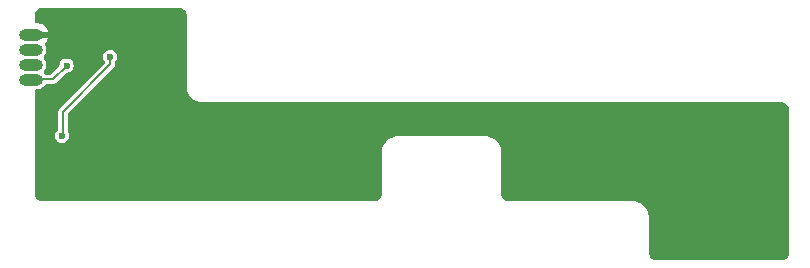
<source format=gbl>
G04 #@! TF.GenerationSoftware,KiCad,Pcbnew,8.0.0*
G04 #@! TF.CreationDate,2024-06-24T18:55:33+02:00*
G04 #@! TF.ProjectId,FT24-AMS_Slave-Piggy,46543234-2d41-44d5-935f-536c6176652d,rev?*
G04 #@! TF.SameCoordinates,Original*
G04 #@! TF.FileFunction,Copper,L2,Bot*
G04 #@! TF.FilePolarity,Positive*
%FSLAX46Y46*%
G04 Gerber Fmt 4.6, Leading zero omitted, Abs format (unit mm)*
G04 Created by KiCad (PCBNEW 8.0.0) date 2024-06-24 18:55:33*
%MOMM*%
%LPD*%
G01*
G04 APERTURE LIST*
G04 #@! TA.AperFunction,CastellatedPad*
%ADD10O,2.000000X1.000000*%
G04 #@! TD*
G04 #@! TA.AperFunction,ViaPad*
%ADD11C,0.600000*%
G04 #@! TD*
G04 #@! TA.AperFunction,Conductor*
%ADD12C,0.200000*%
G04 #@! TD*
G04 APERTURE END LIST*
D10*
X129000000Y-92915000D03*
X129000000Y-91645000D03*
X129000000Y-90375000D03*
X129000000Y-89105000D03*
D11*
X139600000Y-91150000D03*
X184300000Y-97400000D03*
X134600000Y-90950000D03*
X137100000Y-92850000D03*
X135900000Y-92850000D03*
X129900000Y-96950000D03*
X132000000Y-91700000D03*
X131600000Y-97650000D03*
X135700000Y-90950000D03*
D12*
X132000000Y-91700000D02*
X130825000Y-92875000D01*
X130825000Y-92875000D02*
X129600000Y-92875000D01*
X131700000Y-95600000D02*
X131700000Y-97550000D01*
X135700000Y-90950000D02*
X135700000Y-91600000D01*
X131700000Y-97550000D02*
X131600000Y-97650000D01*
X135700000Y-91600000D02*
X131700000Y-95600000D01*
G04 #@! TA.AperFunction,Conductor*
G36*
X141506061Y-86801097D02*
G01*
X141624317Y-86812744D01*
X141648145Y-86817483D01*
X141756005Y-86850202D01*
X141778453Y-86859501D01*
X141877849Y-86912629D01*
X141898059Y-86926133D01*
X141985179Y-86997630D01*
X142002369Y-87014820D01*
X142073866Y-87101940D01*
X142087370Y-87122150D01*
X142140495Y-87221538D01*
X142149798Y-87243997D01*
X142182514Y-87351848D01*
X142187256Y-87375688D01*
X142198903Y-87493937D01*
X142199500Y-87506092D01*
X142199500Y-93602351D01*
X142231522Y-93804534D01*
X142294781Y-93999223D01*
X142387715Y-94181613D01*
X142508028Y-94347213D01*
X142652786Y-94491971D01*
X142807749Y-94604556D01*
X142818390Y-94612287D01*
X142897864Y-94652781D01*
X143000776Y-94705218D01*
X143000778Y-94705218D01*
X143000781Y-94705220D01*
X143105137Y-94739127D01*
X143195465Y-94768477D01*
X143296557Y-94784488D01*
X143397648Y-94800500D01*
X143460438Y-94800500D01*
X192452405Y-94800500D01*
X192493907Y-94800500D01*
X192506061Y-94801097D01*
X192624317Y-94812744D01*
X192648145Y-94817483D01*
X192756005Y-94850202D01*
X192778453Y-94859501D01*
X192877849Y-94912629D01*
X192898059Y-94926133D01*
X192985179Y-94997630D01*
X193002369Y-95014820D01*
X193073866Y-95101940D01*
X193087370Y-95122150D01*
X193140495Y-95221538D01*
X193149798Y-95243997D01*
X193182514Y-95351848D01*
X193187256Y-95375688D01*
X193194123Y-95445412D01*
X193198903Y-95493937D01*
X193199500Y-95506092D01*
X193199500Y-107493907D01*
X193198903Y-107506062D01*
X193187256Y-107624311D01*
X193182514Y-107648151D01*
X193149798Y-107756002D01*
X193140495Y-107778461D01*
X193087370Y-107877849D01*
X193073866Y-107898059D01*
X193002369Y-107985179D01*
X192985179Y-108002369D01*
X192898059Y-108073866D01*
X192877849Y-108087370D01*
X192778461Y-108140495D01*
X192756002Y-108149798D01*
X192648151Y-108182514D01*
X192624311Y-108187256D01*
X192537215Y-108195834D01*
X192506060Y-108198903D01*
X192493907Y-108199500D01*
X182006093Y-108199500D01*
X181993939Y-108198903D01*
X181943081Y-108193893D01*
X181875688Y-108187256D01*
X181851848Y-108182514D01*
X181743997Y-108149798D01*
X181721541Y-108140496D01*
X181622150Y-108087370D01*
X181601940Y-108073866D01*
X181514820Y-108002369D01*
X181497630Y-107985179D01*
X181426133Y-107898059D01*
X181412629Y-107877849D01*
X181373441Y-107804534D01*
X181359501Y-107778453D01*
X181350201Y-107756002D01*
X181317483Y-107648145D01*
X181312744Y-107624317D01*
X181301097Y-107506061D01*
X181300500Y-107493907D01*
X181300500Y-104397648D01*
X181268477Y-104195465D01*
X181205218Y-104000776D01*
X181163238Y-103918387D01*
X181112287Y-103818390D01*
X181099289Y-103800500D01*
X180991971Y-103652786D01*
X180847213Y-103508028D01*
X180681613Y-103387715D01*
X180681612Y-103387714D01*
X180681610Y-103387713D01*
X180624653Y-103358691D01*
X180499223Y-103294781D01*
X180304534Y-103231522D01*
X180129995Y-103203878D01*
X180102352Y-103199500D01*
X180102351Y-103199500D01*
X169506093Y-103199500D01*
X169493939Y-103198903D01*
X169443081Y-103193893D01*
X169375688Y-103187256D01*
X169351848Y-103182514D01*
X169243997Y-103149798D01*
X169221541Y-103140496D01*
X169122150Y-103087370D01*
X169101940Y-103073866D01*
X169014820Y-103002369D01*
X168997630Y-102985179D01*
X168926133Y-102898059D01*
X168912629Y-102877849D01*
X168873441Y-102804534D01*
X168859501Y-102778453D01*
X168850201Y-102756002D01*
X168817483Y-102648145D01*
X168812744Y-102624317D01*
X168801097Y-102506061D01*
X168800500Y-102493907D01*
X168800500Y-98897648D01*
X168768477Y-98695465D01*
X168705218Y-98500776D01*
X168663238Y-98418387D01*
X168612287Y-98318390D01*
X168599289Y-98300500D01*
X168491971Y-98152786D01*
X168347213Y-98008028D01*
X168181613Y-97887715D01*
X168181612Y-97887714D01*
X168181610Y-97887713D01*
X168124653Y-97858691D01*
X167999223Y-97794781D01*
X167804534Y-97731522D01*
X167629995Y-97703878D01*
X167602352Y-97699500D01*
X167539562Y-97699500D01*
X160047595Y-97699500D01*
X160000000Y-97699500D01*
X159897648Y-97699500D01*
X159873329Y-97703351D01*
X159695465Y-97731522D01*
X159500776Y-97794781D01*
X159318386Y-97887715D01*
X159152786Y-98008028D01*
X159008028Y-98152786D01*
X158887715Y-98318386D01*
X158794781Y-98500776D01*
X158731522Y-98695465D01*
X158699500Y-98897648D01*
X158699500Y-102493907D01*
X158698903Y-102506062D01*
X158687256Y-102624311D01*
X158682514Y-102648151D01*
X158649798Y-102756002D01*
X158640495Y-102778461D01*
X158587370Y-102877849D01*
X158573866Y-102898059D01*
X158502369Y-102985179D01*
X158485179Y-103002369D01*
X158398059Y-103073866D01*
X158377849Y-103087370D01*
X158278461Y-103140495D01*
X158256002Y-103149798D01*
X158148151Y-103182514D01*
X158124311Y-103187256D01*
X158037215Y-103195834D01*
X158006060Y-103198903D01*
X157993907Y-103199500D01*
X130006093Y-103199500D01*
X129993939Y-103198903D01*
X129943081Y-103193893D01*
X129875688Y-103187256D01*
X129851848Y-103182514D01*
X129743997Y-103149798D01*
X129721541Y-103140496D01*
X129622150Y-103087370D01*
X129601940Y-103073866D01*
X129514820Y-103002369D01*
X129497630Y-102985179D01*
X129426133Y-102898059D01*
X129412629Y-102877849D01*
X129373441Y-102804534D01*
X129359501Y-102778453D01*
X129350201Y-102756002D01*
X129317483Y-102648145D01*
X129312744Y-102624317D01*
X129301097Y-102506061D01*
X129300500Y-102493907D01*
X129300500Y-97650001D01*
X130994318Y-97650001D01*
X131014955Y-97806760D01*
X131014956Y-97806762D01*
X131075464Y-97952841D01*
X131171718Y-98078282D01*
X131297159Y-98174536D01*
X131443238Y-98235044D01*
X131521619Y-98245363D01*
X131599999Y-98255682D01*
X131600000Y-98255682D01*
X131600001Y-98255682D01*
X131652254Y-98248802D01*
X131756762Y-98235044D01*
X131902841Y-98174536D01*
X132028282Y-98078282D01*
X132124536Y-97952841D01*
X132185044Y-97806762D01*
X132205682Y-97650000D01*
X132185044Y-97493238D01*
X132124536Y-97347159D01*
X132124534Y-97347156D01*
X132120472Y-97340119D01*
X132122213Y-97339113D01*
X132100930Y-97284057D01*
X132100500Y-97273742D01*
X132100500Y-95817255D01*
X132120185Y-95750216D01*
X132136819Y-95729574D01*
X134061859Y-93804534D01*
X136020480Y-91845913D01*
X136073207Y-91754588D01*
X136100500Y-91652727D01*
X136100500Y-91547273D01*
X136100500Y-91456580D01*
X136120185Y-91389541D01*
X136126124Y-91381093D01*
X136128279Y-91378283D01*
X136128282Y-91378282D01*
X136224536Y-91252841D01*
X136285044Y-91106762D01*
X136305682Y-90950000D01*
X136285044Y-90793238D01*
X136224536Y-90647159D01*
X136128282Y-90521718D01*
X136002841Y-90425464D01*
X135856762Y-90364956D01*
X135856760Y-90364955D01*
X135700001Y-90344318D01*
X135699999Y-90344318D01*
X135543239Y-90364955D01*
X135543237Y-90364956D01*
X135397160Y-90425463D01*
X135271718Y-90521718D01*
X135175463Y-90647160D01*
X135114956Y-90793237D01*
X135114955Y-90793239D01*
X135094318Y-90949998D01*
X135094318Y-90950001D01*
X135114955Y-91106760D01*
X135114956Y-91106762D01*
X135175464Y-91252842D01*
X135241818Y-91339316D01*
X135267012Y-91404485D01*
X135252974Y-91472930D01*
X135231123Y-91502483D01*
X131379522Y-95354084D01*
X131379520Y-95354087D01*
X131326793Y-95445410D01*
X131299500Y-95547273D01*
X131299500Y-97062518D01*
X131279815Y-97129557D01*
X131250986Y-97160894D01*
X131171719Y-97221716D01*
X131075463Y-97347160D01*
X131014956Y-97493237D01*
X131014955Y-97493239D01*
X130994318Y-97649998D01*
X130994318Y-97650001D01*
X129300500Y-97650001D01*
X129300500Y-93839500D01*
X129320185Y-93772461D01*
X129372989Y-93726706D01*
X129424500Y-93715500D01*
X129578844Y-93715500D01*
X129578845Y-93715499D01*
X129733497Y-93684737D01*
X129879179Y-93624394D01*
X130010289Y-93536789D01*
X130121789Y-93425289D01*
X130151075Y-93381459D01*
X130185053Y-93330609D01*
X130238665Y-93285804D01*
X130288155Y-93275500D01*
X130877725Y-93275500D01*
X130877727Y-93275500D01*
X130979588Y-93248207D01*
X131070913Y-93195480D01*
X131924991Y-92341400D01*
X131986312Y-92307917D01*
X131996485Y-92306144D01*
X131999997Y-92305681D01*
X132000000Y-92305682D01*
X132156762Y-92285044D01*
X132302841Y-92224536D01*
X132428282Y-92128282D01*
X132524536Y-92002841D01*
X132585044Y-91856762D01*
X132605682Y-91700000D01*
X132599458Y-91652727D01*
X132585044Y-91543239D01*
X132585044Y-91543238D01*
X132524536Y-91397159D01*
X132428282Y-91271718D01*
X132302841Y-91175464D01*
X132156762Y-91114956D01*
X132156760Y-91114955D01*
X132000001Y-91094318D01*
X131999999Y-91094318D01*
X131843239Y-91114955D01*
X131843237Y-91114956D01*
X131697160Y-91175463D01*
X131571718Y-91271718D01*
X131475463Y-91397160D01*
X131414956Y-91543237D01*
X131414956Y-91543238D01*
X131393855Y-91703513D01*
X131365588Y-91767409D01*
X131358597Y-91775008D01*
X130695426Y-92438181D01*
X130634103Y-92471666D01*
X130607745Y-92474500D01*
X130234700Y-92474500D01*
X130167661Y-92454815D01*
X130131597Y-92419390D01*
X130121787Y-92404708D01*
X130084760Y-92367681D01*
X130051275Y-92306358D01*
X130056259Y-92236666D01*
X130084760Y-92192319D01*
X130121786Y-92155292D01*
X130121789Y-92155289D01*
X130209394Y-92024179D01*
X130269737Y-91878497D01*
X130300500Y-91723842D01*
X130300500Y-91566158D01*
X130300500Y-91566155D01*
X130300499Y-91566153D01*
X130269737Y-91411503D01*
X130255977Y-91378282D01*
X130209397Y-91265827D01*
X130209390Y-91265814D01*
X130121789Y-91134711D01*
X130121786Y-91134707D01*
X130084760Y-91097681D01*
X130051275Y-91036358D01*
X130056259Y-90966666D01*
X130084760Y-90922319D01*
X130121786Y-90885292D01*
X130121789Y-90885289D01*
X130209394Y-90754179D01*
X130269737Y-90608497D01*
X130300500Y-90453842D01*
X130300500Y-90296158D01*
X130300500Y-90296155D01*
X130300499Y-90296153D01*
X130269738Y-90141510D01*
X130269737Y-90141503D01*
X130269735Y-90141498D01*
X130209395Y-89995822D01*
X130209394Y-89995820D01*
X130191429Y-89968933D01*
X130170552Y-89902256D01*
X130189037Y-89834876D01*
X130206851Y-89812362D01*
X130276752Y-89742461D01*
X130386185Y-89578684D01*
X130386192Y-89578671D01*
X130461569Y-89396692D01*
X130461569Y-89396690D01*
X130469862Y-89355000D01*
X129424500Y-89355000D01*
X129357461Y-89335315D01*
X129311706Y-89282511D01*
X129300500Y-89231000D01*
X129300500Y-88979000D01*
X129320185Y-88911961D01*
X129372989Y-88866206D01*
X129424500Y-88855000D01*
X130469862Y-88855000D01*
X130461569Y-88813309D01*
X130461569Y-88813307D01*
X130386192Y-88631328D01*
X130386185Y-88631315D01*
X130276751Y-88467537D01*
X130276748Y-88467533D01*
X130137466Y-88328251D01*
X130137462Y-88328248D01*
X129973684Y-88218814D01*
X129973671Y-88218807D01*
X129791693Y-88143430D01*
X129791681Y-88143427D01*
X129598495Y-88105000D01*
X129424500Y-88105000D01*
X129357461Y-88085315D01*
X129311706Y-88032511D01*
X129300500Y-87981000D01*
X129300500Y-87506092D01*
X129301097Y-87493938D01*
X129301097Y-87493937D01*
X129312744Y-87375680D01*
X129317483Y-87351856D01*
X129350203Y-87243990D01*
X129359499Y-87221549D01*
X129412632Y-87122144D01*
X129426133Y-87101940D01*
X129497635Y-87014814D01*
X129514814Y-86997635D01*
X129601942Y-86926131D01*
X129622144Y-86912632D01*
X129721549Y-86859499D01*
X129743990Y-86850203D01*
X129851856Y-86817483D01*
X129875682Y-86812744D01*
X129975730Y-86802890D01*
X129993940Y-86801097D01*
X130006093Y-86800500D01*
X130047595Y-86800500D01*
X141452405Y-86800500D01*
X141493907Y-86800500D01*
X141506061Y-86801097D01*
G37*
G04 #@! TD.AperFunction*
M02*

</source>
